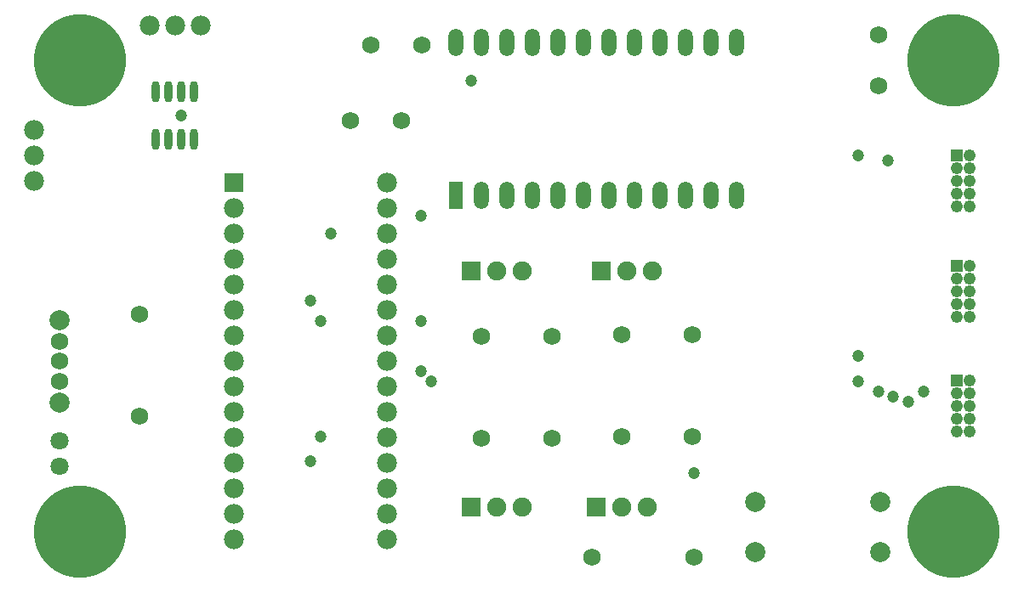
<source format=gts>
G04 Layer_Color=20142*
%FSLAX43Y43*%
%MOMM*%
G71*
G01*
G75*
%ADD33O,0.803X2.103*%
%ADD34C,1.727*%
%ADD35C,1.903*%
%ADD36R,1.903X1.903*%
%ADD37C,2.003*%
%ADD38R,1.219X1.219*%
%ADD39C,1.219*%
%ADD40R,1.473X2.743*%
%ADD41O,1.473X2.743*%
%ADD42C,1.981*%
%ADD43R,1.981X1.981*%
%ADD44C,9.203*%
%ADD45C,1.803*%
%ADD46C,1.203*%
D33*
X17905Y50350D02*
D03*
X16635D02*
D03*
X15365D02*
D03*
X14095D02*
D03*
X17905Y45650D02*
D03*
X16635D02*
D03*
X15365D02*
D03*
X14095D02*
D03*
D34*
X67660Y4000D02*
D03*
X57500D02*
D03*
X46500Y26000D02*
D03*
Y15840D02*
D03*
X53500Y26000D02*
D03*
Y15840D02*
D03*
X60500Y16000D02*
D03*
Y26160D02*
D03*
X67500Y16000D02*
D03*
Y26160D02*
D03*
X12500Y28160D02*
D03*
Y18000D02*
D03*
X4500Y21481D02*
D03*
Y23487D02*
D03*
Y25494D02*
D03*
X40540Y55000D02*
D03*
X35460D02*
D03*
X38540Y47500D02*
D03*
X33460D02*
D03*
X86000Y50960D02*
D03*
Y56040D02*
D03*
D35*
X50540Y32500D02*
D03*
X48000D02*
D03*
X63540D02*
D03*
X61000D02*
D03*
X50540Y9000D02*
D03*
X48000D02*
D03*
X63040D02*
D03*
X60500D02*
D03*
D36*
X45460Y32500D02*
D03*
X58460D02*
D03*
X45460Y9000D02*
D03*
X57960D02*
D03*
D37*
X4500Y19398D02*
D03*
Y27602D02*
D03*
X73750Y9500D02*
D03*
X86250D02*
D03*
X73750Y4500D02*
D03*
X86250D02*
D03*
D38*
X93865Y44040D02*
D03*
Y21540D02*
D03*
Y33040D02*
D03*
D39*
X95135Y44040D02*
D03*
X93865Y42770D02*
D03*
X95135D02*
D03*
X93865Y41500D02*
D03*
X95135D02*
D03*
X93865Y40230D02*
D03*
X95135D02*
D03*
X93865Y38960D02*
D03*
X95135D02*
D03*
Y21540D02*
D03*
X93865Y20270D02*
D03*
X95135D02*
D03*
X93865Y19000D02*
D03*
X95135D02*
D03*
X93865Y17730D02*
D03*
X95135D02*
D03*
X93865Y16460D02*
D03*
X95135D02*
D03*
Y33040D02*
D03*
X93865Y31770D02*
D03*
X95135D02*
D03*
X93865Y30500D02*
D03*
X95135D02*
D03*
X93865Y29230D02*
D03*
X95135D02*
D03*
X93865Y27960D02*
D03*
X95135D02*
D03*
D40*
X44000Y40000D02*
D03*
D03*
D41*
X46540D02*
D03*
X49080D02*
D03*
X51620D02*
D03*
X54160D02*
D03*
X56700D02*
D03*
X59240D02*
D03*
X61780D02*
D03*
X64320D02*
D03*
X66860D02*
D03*
X69400D02*
D03*
X71940D02*
D03*
X44000Y55240D02*
D03*
X46540D02*
D03*
X49080D02*
D03*
X51620D02*
D03*
X54160D02*
D03*
X56700D02*
D03*
X59240D02*
D03*
X61780D02*
D03*
X64320D02*
D03*
X66860D02*
D03*
X69400D02*
D03*
X71940D02*
D03*
X46540Y40000D02*
D03*
X49080D02*
D03*
X51620D02*
D03*
X54160D02*
D03*
X56700D02*
D03*
X59240D02*
D03*
X61780D02*
D03*
X64320D02*
D03*
X66860D02*
D03*
X69400D02*
D03*
X71940D02*
D03*
X44000Y55240D02*
D03*
X46540D02*
D03*
X49080D02*
D03*
X51620D02*
D03*
X54160D02*
D03*
X56700D02*
D03*
X59240D02*
D03*
X61780D02*
D03*
X64320D02*
D03*
X66860D02*
D03*
X69400D02*
D03*
X71940D02*
D03*
D42*
X37120Y38740D02*
D03*
Y36200D02*
D03*
Y33660D02*
D03*
Y31120D02*
D03*
Y28580D02*
D03*
Y26040D02*
D03*
Y23500D02*
D03*
Y20960D02*
D03*
Y18420D02*
D03*
Y15880D02*
D03*
Y13340D02*
D03*
Y10800D02*
D03*
Y8260D02*
D03*
Y5720D02*
D03*
X21880D02*
D03*
Y8260D02*
D03*
Y10800D02*
D03*
Y13340D02*
D03*
Y15880D02*
D03*
Y18420D02*
D03*
Y20960D02*
D03*
Y23500D02*
D03*
Y26040D02*
D03*
Y28580D02*
D03*
Y31120D02*
D03*
Y33660D02*
D03*
X37120Y41280D02*
D03*
X21880Y36200D02*
D03*
Y38740D02*
D03*
X18580Y57000D02*
D03*
X16040D02*
D03*
X13500D02*
D03*
X2000Y46580D02*
D03*
Y44040D02*
D03*
Y41500D02*
D03*
D43*
X21880Y41280D02*
D03*
D44*
X93500Y53500D02*
D03*
Y6500D02*
D03*
X6500Y53500D02*
D03*
Y6500D02*
D03*
D45*
X4500Y15603D02*
D03*
Y13063D02*
D03*
D46*
X31500Y36200D02*
D03*
X30500Y27500D02*
D03*
X16635Y48000D02*
D03*
X40500Y22500D02*
D03*
X41500Y21500D02*
D03*
X53500Y26000D02*
D03*
X46500Y26000D02*
D03*
X30500Y16000D02*
D03*
X29500Y13500D02*
D03*
Y29500D02*
D03*
X90500Y20500D02*
D03*
X89000Y19500D02*
D03*
X87500Y20000D02*
D03*
X86000Y20500D02*
D03*
X84000Y21500D02*
D03*
Y24000D02*
D03*
Y44000D02*
D03*
X87000Y43500D02*
D03*
X67660Y12340D02*
D03*
X40500Y27500D02*
D03*
Y38000D02*
D03*
X45500Y51500D02*
D03*
M02*

</source>
